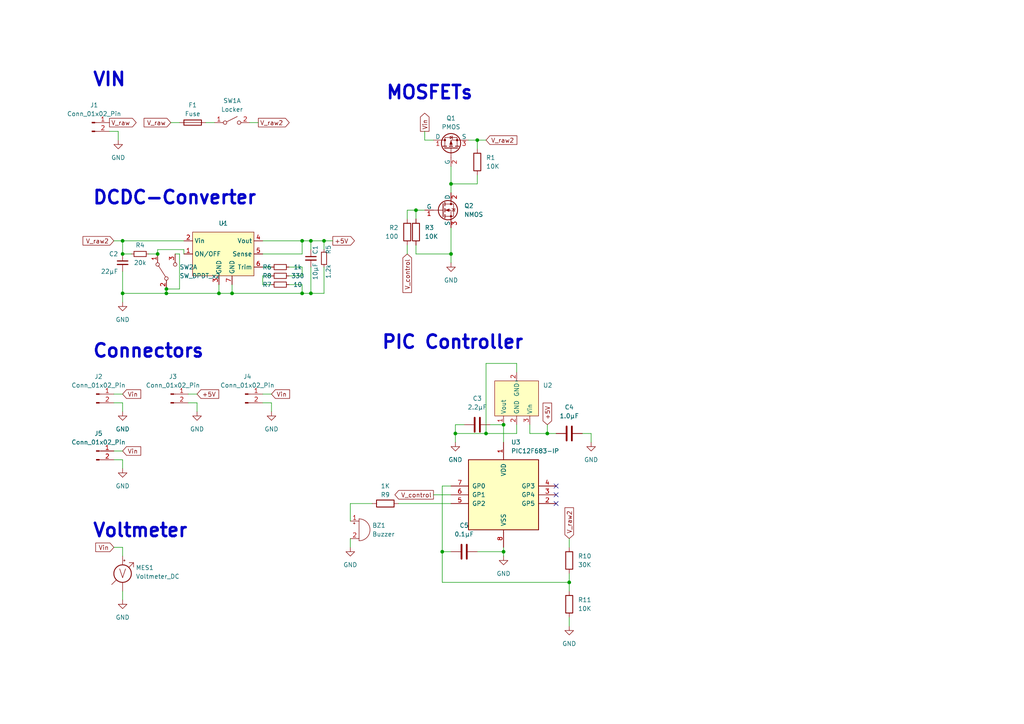
<source format=kicad_sch>
(kicad_sch (version 20230121) (generator eeschema)
  (paper "A4")
  (lib_symbols
    (symbol "@2023_KickerAdjust:NMOS" (pin_names (offset 0))
      (property "Reference" "Q" (at 5.08 1.27 0))
      (property "Value" "NMOS" (at 5.08 -1.27 0))
      (symbol "NMOS_0_1"
        (polyline (pts (xy 0.254 0) (xy -2.54 0)))
        (polyline (pts (xy 0.254 1.905) (xy 0.254 -1.905)) (stroke (width 0.254)))
        (polyline (pts (xy 0.762 -1.27) (xy 0.762 -2.286)) (stroke (width 0.254)))
        (polyline (pts (xy 0.762 0.508) (xy 0.762 -0.508)) (stroke (width 0.254)))
        (polyline (pts (xy 0.762 2.286) (xy 0.762 1.27)) (stroke (width 0.254)))
        (polyline (pts (xy 2.54 2.54) (xy 2.54 1.778)))
        (polyline (pts (xy 2.54 -2.54) (xy 2.54 0) (xy 0.762 0)))
        (polyline (pts (xy 0.762 -1.778) (xy 3.302 -1.778) (xy 3.302 1.778) (xy 0.762 1.778)))
        (polyline (pts (xy 1.016 0) (xy 2.032 0.381) (xy 2.032 -0.381) (xy 1.016 0)) (fill (type outline)))
        (polyline (pts (xy 2.794 0.508) (xy 2.921 0.381) (xy 3.683 0.381) (xy 3.81 0.254)))
        (polyline (pts (xy 3.302 0.381) (xy 2.921 -0.254) (xy 3.683 -0.254) (xy 3.302 0.381)))
        (circle (center 1.651 0) (radius 2.794) (stroke (width 0.254)))
        (circle (center 2.54 -1.778) (radius 0.254) (fill (type outline)))
        (circle (center 2.54 1.778) (radius 0.254) (fill (type outline)))
      )
      (symbol "NMOS_1_1"
        (pin input line (at -5.08 0 0) (length 2.54) (name "G") (number "1"))
        (pin passive line (at 2.54 5.08 270) (length 2.54) (name "D") (number "2"))
        (pin passive line (at 2.54 -5.08 90) (length 2.54) (name "S") (number "3"))
      )
    )
    (symbol "@2023_PowerSupply:NJW4183U3"
      (property "Reference" "U" (at -5.08 6.35 0))
      (symbol "NJW4183U3_1_1"
        (rectangle (start -6.35 5.08) (end 6.35 -5.08) (fill (type background)))
        (pin input line (at -3.81 -7.62 90) (length 2.54) (name "Vout") (number "1"))
        (pin input line (at 0 -7.62 90) (length 2.54) (name "GND") (number "2"))
        (pin input line (at 0 7.62 270) (length 2.54) (name "GND") (number "2"))
        (pin input line (at 3.81 -7.62 90) (length 2.54) (name "Vin") (number "3"))
      )
    )
    (symbol "@2023_PowerSupply:OKL-T/6-W12"
      (property "Reference" "U" (at 0 2.54 0))
      (symbol "OKL-T/6-W12_1_1"
        (rectangle (start -8.89 0) (end 8.89 -12.7) (fill (type background)))
        (pin passive line (at -11.43 -6.35 0) (length 2.54) (name "ON/OFF") (number "1"))
        (pin passive line (at -11.43 -2.54 0) (length 2.54) (name "Vin") (number "2"))
        (pin passive line (at -1.27 -15.24 90) (length 2.54) (name "GND") (number "3"))
        (pin passive line (at 11.43 -2.54 180) (length 2.54) (name "Vout") (number "4"))
        (pin passive line (at 11.43 -6.35 180) (length 2.54) (name "Sense") (number "5"))
        (pin passive line (at 11.43 -10.16 180) (length 2.54) (name "Trim") (number "6"))
        (pin passive line (at 2.54 -15.24 90) (length 2.54) (name "GND") (number "7"))
      )
    )
    (symbol "Connector:Conn_01x02_Pin" (pin_names (offset 1.016) hide)
      (property "Reference" "J" (at 0 2.54 0))
      (property "Value" "Conn_01x02_Pin" (at 0 -5.08 0))
      (symbol "Conn_01x02_Pin_1_1"
        (polyline (pts (xy 1.27 -2.54) (xy 0.8636 -2.54)) (stroke (width 0.1524)))
        (polyline (pts (xy 1.27 0) (xy 0.8636 0)) (stroke (width 0.1524)))
        (rectangle (start 0.8636 -2.413) (end 0 -2.667) (stroke (width 0.1524)) (fill (type outline)))
        (rectangle (start 0.8636 0.127) (end 0 -0.127) (stroke (width 0.1524)) (fill (type outline)))
        (pin passive line (at 5.08 0 180) (length 3.81) (name "Pin_1") (number "1"))
        (pin passive line (at 5.08 -2.54 180) (length 3.81) (name "Pin_2") (number "2"))
      )
    )
    (symbol "Device:Buzzer" (pin_names (offset 0.0254) hide)
      (property "Reference" "BZ" (at 3.81 1.27 0))
      (property "Value" "Buzzer" (at 3.81 -1.27 0))
      (symbol "Buzzer_0_1"
        (arc (start 0 -3.175) (mid 3.1612 0) (end 0 3.175))
        (polyline (pts (xy -1.651 1.905) (xy -1.143 1.905)))
        (polyline (pts (xy -1.397 2.159) (xy -1.397 1.651)))
        (polyline (pts (xy 0 3.175) (xy 0 -3.175)))
      )
      (symbol "Buzzer_1_1"
        (pin passive line (at -2.54 2.54 0) (length 2.54) (name "-") (number "1"))
        (pin passive line (at -2.54 -2.54 0) (length 2.54) (name "+") (number "2"))
      )
    )
    (symbol "Device:C" (pin_numbers hide) (pin_names (offset 0.254))
      (property "Reference" "C" (at 0.635 2.54 0))
      (property "Value" "C" (at 0.635 -2.54 0))
      (symbol "C_0_1"
        (polyline (pts (xy -2.032 -0.762) (xy 2.032 -0.762)) (stroke (width 0.508)))
        (polyline (pts (xy -2.032 0.762) (xy 2.032 0.762)) (stroke (width 0.508)))
      )
      (symbol "C_1_1"
        (pin passive line (at 0 3.81 270) (length 2.794) (name "~") (number "1"))
        (pin passive line (at 0 -3.81 90) (length 2.794) (name "~") (number "2"))
      )
    )
    (symbol "Device:C_Small" (pin_numbers hide) (pin_names (offset 0.254) hide)
      (property "Reference" "C" (at 0.254 1.778 0))
      (property "Value" "C_Small" (at 0.254 -2.032 0))
      (symbol "C_Small_0_1"
        (polyline (pts (xy -1.524 -0.508) (xy 1.524 -0.508)) (stroke (width 0.3302)))
        (polyline (pts (xy -1.524 0.508) (xy 1.524 0.508)) (stroke (width 0.3048)))
      )
      (symbol "C_Small_1_1"
        (pin passive line (at 0 2.54 270) (length 2.032) (name "~") (number "1"))
        (pin passive line (at 0 -2.54 90) (length 2.032) (name "~") (number "2"))
      )
    )
    (symbol "Device:Fuse" (pin_numbers hide) (pin_names (offset 0))
      (property "Reference" "F" (at 2.032 0 90))
      (property "Value" "Fuse" (at -1.905 0 90))
      (symbol "Fuse_0_1"
        (rectangle (start -0.762 -2.54) (end 0.762 2.54) (stroke (width 0.254)))
        (polyline (pts (xy 0 2.54) (xy 0 -2.54)))
      )
      (symbol "Fuse_1_1"
        (pin passive line (at 0 3.81 270) (length 1.27) (name "~") (number "1"))
        (pin passive line (at 0 -3.81 90) (length 1.27) (name "~") (number "2"))
      )
    )
    (symbol "Device:R" (pin_numbers hide) (pin_names (offset 0))
      (property "Reference" "R" (at 2.032 0 90))
      (property "Value" "R" (at 0 0 90))
      (symbol "R_0_1"
        (rectangle (start -1.016 -2.54) (end 1.016 2.54) (stroke (width 0.254)))
      )
      (symbol "R_1_1"
        (pin passive line (at 0 3.81 270) (length 1.27) (name "~") (number "1"))
        (pin passive line (at 0 -3.81 90) (length 1.27) (name "~") (number "2"))
      )
    )
    (symbol "Device:R_Small" (pin_numbers hide) (pin_names (offset 0.254) hide)
      (property "Reference" "R" (at 0.762 0.508 0))
      (property "Value" "R_Small" (at 0.762 -1.016 0))
      (symbol "R_Small_0_1"
        (rectangle (start -0.762 1.778) (end 0.762 -1.778) (stroke (width 0.2032)))
      )
      (symbol "R_Small_1_1"
        (pin passive line (at 0 2.54 270) (length 0.762) (name "~") (number "1"))
        (pin passive line (at 0 -2.54 90) (length 0.762) (name "~") (number "2"))
      )
    )
    (symbol "Device:Voltmeter_DC" (pin_numbers hide) (pin_names (offset 0.0254) hide)
      (property "Reference" "MES" (at -3.302 1.016 0))
      (property "Value" "Voltmeter_DC" (at -3.302 -0.762 0))
      (symbol "Voltmeter_DC_0_0"
        (polyline (pts (xy -3.175 -3.175) (xy -1.905 -1.905)))
        (polyline (pts (xy 1.905 1.905) (xy 3.175 3.175)))
        (polyline (pts (xy 1.905 3.175) (xy 3.175 3.175) (xy 3.175 1.905)))
        (text "V" (at 0 0 0) (effects (font (size 2.54 2.54))))
      )
      (symbol "Voltmeter_DC_0_1"
        (polyline (pts (xy 0.254 3.81) (xy 0.762 3.81)))
        (polyline (pts (xy 0.508 4.064) (xy 0.508 3.556)))
        (circle (center 0 0) (radius 2.54) (stroke (width 0.254)))
      )
      (symbol "Voltmeter_DC_1_1"
        (pin passive line (at 0 -5.08 90) (length 2.54) (name "-") (number "1"))
        (pin passive line (at 0 5.08 270) (length 2.54) (name "+") (number "2"))
      )
    )
    (symbol "MCU_Microchip_PIC12:PIC12F683-IP" (pin_names (offset 1.016))
      (property "Reference" "U" (at 1.27 13.97 0))
      (property "Value" "PIC12F683-IP" (at 1.27 11.43 0))
      (symbol "PIC12F683-IP_0_1"
        (rectangle (start 10.16 -10.16) (end -10.16 10.16) (stroke (width 0.254)) (fill (type background)))
      )
      (symbol "PIC12F683-IP_1_1"
        (pin power_in line (at 0 15.24 270) (length 5.08) (name "VDD") (number "1"))
        (pin bidirectional line (at 15.24 -2.54 180) (length 5.08) (name "GP5") (number "2"))
        (pin bidirectional line (at 15.24 0 180) (length 5.08) (name "GP4") (number "3"))
        (pin input line (at 15.24 2.54 180) (length 5.08) (name "GP3") (number "4"))
        (pin bidirectional line (at -15.24 -2.54 0) (length 5.08) (name "GP2") (number "5"))
        (pin bidirectional line (at -15.24 0 0) (length 5.08) (name "GP1") (number "6"))
        (pin bidirectional line (at -15.24 2.54 0) (length 5.08) (name "GP0") (number "7"))
        (pin power_in line (at 0 -15.24 90) (length 5.08) (name "VSS") (number "8"))
      )
    )
    (symbol "Simulation_SPICE:PMOS" (pin_names (offset 0))
      (property "Reference" "Q" (at 5.08 1.27 0))
      (property "Value" "PMOS" (at 5.08 -1.27 0))
      (symbol "PMOS_0_1"
        (polyline (pts (xy 0.254 0) (xy -2.54 0)))
        (polyline (pts (xy 0.254 1.905) (xy 0.254 -1.905)) (stroke (width 0.254)))
        (polyline (pts (xy 0.762 -1.27) (xy 0.762 -2.286)) (stroke (width 0.254)))
        (polyline (pts (xy 0.762 0.508) (xy 0.762 -0.508)) (stroke (width 0.254)))
        (polyline (pts (xy 0.762 2.286) (xy 0.762 1.27)) (stroke (width 0.254)))
        (polyline (pts (xy 2.54 2.54) (xy 2.54 1.778)))
        (polyline (pts (xy 2.54 -2.54) (xy 2.54 0) (xy 0.762 0)))
        (polyline (pts (xy 0.762 1.778) (xy 3.302 1.778) (xy 3.302 -1.778) (xy 0.762 -1.778)))
        (polyline (pts (xy 2.286 0) (xy 1.27 0.381) (xy 1.27 -0.381) (xy 2.286 0)) (fill (type outline)))
        (polyline (pts (xy 2.794 -0.508) (xy 2.921 -0.381) (xy 3.683 -0.381) (xy 3.81 -0.254)))
        (polyline (pts (xy 3.302 -0.381) (xy 2.921 0.254) (xy 3.683 0.254) (xy 3.302 -0.381)))
        (circle (center 1.651 0) (radius 2.794) (stroke (width 0.254)))
        (circle (center 2.54 -1.778) (radius 0.254) (fill (type outline)))
        (circle (center 2.54 1.778) (radius 0.254) (fill (type outline)))
      )
      (symbol "PMOS_1_1"
        (pin passive line (at 2.54 5.08 270) (length 2.54) (name "D") (number "1"))
        (pin input line (at -5.08 0 0) (length 2.54) (name "G") (number "2"))
        (pin passive line (at 2.54 -5.08 90) (length 2.54) (name "S") (number "3"))
      )
    )
    (symbol "Switch:SW_DPDT_x2" (pin_names (offset 0) hide)
      (property "Reference" "SW" (at 0 4.318 0))
      (property "Value" "SW_DPDT_x2" (at 0 -5.08 0))
      (symbol "SW_DPDT_x2_0_0"
        (circle (center -2.032 0) (radius 0.508))
        (circle (center 2.032 -2.54) (radius 0.508))
      )
      (symbol "SW_DPDT_x2_0_1"
        (polyline (pts (xy -1.524 0.254) (xy 1.651 2.286)))
        (circle (center 2.032 2.54) (radius 0.508))
      )
      (symbol "SW_DPDT_x2_1_1"
        (pin passive line (at 5.08 2.54 180) (length 2.54) (name "A") (number "1"))
        (pin passive line (at -5.08 0 0) (length 2.54) (name "B") (number "2"))
        (pin passive line (at 5.08 -2.54 180) (length 2.54) (name "C") (number "3"))
      )
      (symbol "SW_DPDT_x2_2_1"
        (pin passive line (at 5.08 2.54 180) (length 2.54) (name "A") (number "4"))
        (pin passive line (at -5.08 0 0) (length 2.54) (name "B") (number "5"))
        (pin passive line (at 5.08 -2.54 180) (length 2.54) (name "C") (number "6"))
      )
    )
    (symbol "Switch:SW_DPST_x2" (pin_names (offset 0) hide)
      (property "Reference" "SW" (at 0 3.175 0))
      (property "Value" "SW_DPST_x2" (at 0 -2.54 0))
      (symbol "SW_DPST_x2_0_0"
        (circle (center -2.032 0) (radius 0.508))
        (polyline (pts (xy -1.524 0.254) (xy 1.524 1.778)))
        (circle (center 2.032 0) (radius 0.508))
      )
      (symbol "SW_DPST_x2_1_1"
        (pin passive line (at -5.08 0 0) (length 2.54) (name "A") (number "1"))
        (pin passive line (at 5.08 0 180) (length 2.54) (name "B") (number "2"))
      )
      (symbol "SW_DPST_x2_2_1"
        (pin passive line (at -5.08 0 0) (length 2.54) (name "A") (number "3"))
        (pin passive line (at 5.08 0 180) (length 2.54) (name "B") (number "4"))
      )
    )
    (symbol "power:GND" (power) (pin_names (offset 0))
      (property "Value" "GND" (at 0 -3.81 0))
      (symbol "GND_0_1"
        (polyline (pts (xy 0 0) (xy 0 -1.27) (xy 1.27 -1.27) (xy 0 -2.54) (xy -1.27 -1.27) (xy 0 -1.27)))
      )
      (symbol "GND_1_1"
        (pin power_in line (at 0 0 270) (length 0) hide (name "GND") (number "1"))
      )
    )
  )
  (junction (at 35.56 69.85))
  (junction (at 90.17 69.85))
  (junction (at 87.63 69.85))
  (junction (at 48.26 85.09))
  (junction (at 158.75 125.73))
  (junction (at 146.05 160.02))
  (junction (at 130.81 53.34))
  (junction (at 35.56 85.09))
  (junction (at 67.31 85.09))
  (junction (at 128.27 160.02))
  (junction (at 138.43 40.64))
  (junction (at 35.56 73.66))
  (junction (at 87.63 85.09))
  (junction (at 165.1 168.91))
  (junction (at 45.72 73.66))
  (junction (at 90.17 85.09))
  (junction (at 130.81 73.66))
  (junction (at 140.97 125.73))
  (junction (at 48.26 83.82))
  (junction (at 120.65 60.96))
  (junction (at 132.08 125.73))
  (junction (at 146.05 123.19))
  (junction (at 93.98 69.85))
  (junction (at 63.5 85.09))
  (no_connect (at 161.29 146.05))
  (no_connect (at 161.29 140.97))
  (no_connect (at 161.29 143.51))
  (wire (pts (xy 87.63 82.55) (xy 87.63 85.09)))
  (wire (pts (xy 153.67 123.19) (xy 153.67 125.73)))
  (wire (pts (xy 168.91 125.73) (xy 171.45 125.73)))
  (wire (pts (xy 149.86 105.41) (xy 140.97 105.41)))
  (wire (pts (xy 130.81 73.66) (xy 130.81 76.2)))
  (wire (pts (xy 50.8 73.66) (xy 52.07 73.66)))
  (wire (pts (xy 43.18 73.66) (xy 45.72 73.66)))
  (wire (pts (xy 34.29 38.1) (xy 34.29 40.64)))
  (wire (pts (xy 132.08 123.19) (xy 132.08 125.73)))
  (wire (pts (xy 135.89 40.64) (xy 138.43 40.64)))
  (wire (pts (xy 63.5 82.55) (xy 63.5 85.09)))
  (wire (pts (xy 146.05 123.19) (xy 146.05 128.27)))
  (wire (pts (xy 76.2 114.3) (xy 78.74 114.3)))
  (wire (pts (xy 48.26 83.82) (xy 48.26 85.09)))
  (wire (pts (xy 35.56 85.09) (xy 35.56 87.63)))
  (wire (pts (xy 87.63 69.85) (xy 90.17 69.85)))
  (wire (pts (xy 83.82 77.47) (xy 87.63 77.47)))
  (wire (pts (xy 123.19 38.1) (xy 123.19 40.64)))
  (wire (pts (xy 128.27 140.97) (xy 128.27 160.02)))
  (wire (pts (xy 128.27 168.91) (xy 165.1 168.91)))
  (wire (pts (xy 93.98 69.85) (xy 96.52 69.85)))
  (wire (pts (xy 57.15 116.84) (xy 57.15 119.38)))
  (wire (pts (xy 83.82 80.01) (xy 87.63 80.01)))
  (wire (pts (xy 165.1 156.21) (xy 165.1 158.75)))
  (wire (pts (xy 35.56 73.66) (xy 35.56 69.85)))
  (wire (pts (xy 33.02 116.84) (xy 35.56 116.84)))
  (wire (pts (xy 120.65 60.96) (xy 123.19 60.96)))
  (wire (pts (xy 35.56 116.84) (xy 35.56 119.38)))
  (wire (pts (xy 49.53 35.56) (xy 52.07 35.56)))
  (wire (pts (xy 48.26 85.09) (xy 63.5 85.09)))
  (wire (pts (xy 153.67 125.73) (xy 158.75 125.73)))
  (wire (pts (xy 76.2 69.85) (xy 87.63 69.85)))
  (wire (pts (xy 54.61 114.3) (xy 57.15 114.3)))
  (wire (pts (xy 158.75 125.73) (xy 161.29 125.73)))
  (wire (pts (xy 90.17 77.47) (xy 90.17 85.09)))
  (wire (pts (xy 53.34 72.39) (xy 45.72 72.39)))
  (wire (pts (xy 35.56 78.74) (xy 35.56 85.09)))
  (wire (pts (xy 120.65 73.66) (xy 130.81 73.66)))
  (wire (pts (xy 130.81 66.04) (xy 130.81 73.66)))
  (wire (pts (xy 138.43 40.64) (xy 138.43 43.18)))
  (wire (pts (xy 90.17 85.09) (xy 93.98 85.09)))
  (wire (pts (xy 120.65 71.12) (xy 120.65 73.66)))
  (wire (pts (xy 67.31 85.09) (xy 87.63 85.09)))
  (wire (pts (xy 171.45 125.73) (xy 171.45 128.27)))
  (wire (pts (xy 90.17 69.85) (xy 90.17 72.39)))
  (wire (pts (xy 142.24 123.19) (xy 146.05 123.19)))
  (wire (pts (xy 52.07 73.66) (xy 52.07 83.82)))
  (wire (pts (xy 31.75 38.1) (xy 34.29 38.1)))
  (wire (pts (xy 90.17 85.09) (xy 87.63 85.09)))
  (wire (pts (xy 87.63 77.47) (xy 87.63 80.01)))
  (wire (pts (xy 45.72 72.39) (xy 45.72 73.66)))
  (wire (pts (xy 130.81 48.26) (xy 130.81 53.34)))
  (wire (pts (xy 35.56 69.85) (xy 53.34 69.85)))
  (wire (pts (xy 76.2 73.66) (xy 87.63 73.66)))
  (wire (pts (xy 53.34 73.66) (xy 53.34 72.39)))
  (wire (pts (xy 35.56 133.35) (xy 35.56 135.89)))
  (wire (pts (xy 140.97 105.41) (xy 140.97 125.73)))
  (wire (pts (xy 59.69 35.56) (xy 62.23 35.56)))
  (wire (pts (xy 165.1 166.37) (xy 165.1 168.91)))
  (wire (pts (xy 132.08 125.73) (xy 132.08 128.27)))
  (wire (pts (xy 115.57 146.05) (xy 130.81 146.05)))
  (wire (pts (xy 107.95 146.05) (xy 101.6 146.05)))
  (wire (pts (xy 87.63 73.66) (xy 87.63 69.85)))
  (wire (pts (xy 54.61 116.84) (xy 57.15 116.84)))
  (wire (pts (xy 76.2 116.84) (xy 78.74 116.84)))
  (wire (pts (xy 128.27 140.97) (xy 130.81 140.97)))
  (wire (pts (xy 165.1 179.07) (xy 165.1 181.61)))
  (wire (pts (xy 149.86 123.19) (xy 149.86 125.73)))
  (wire (pts (xy 76.2 80.01) (xy 76.2 82.55)))
  (wire (pts (xy 128.27 160.02) (xy 130.81 160.02)))
  (wire (pts (xy 138.43 160.02) (xy 146.05 160.02)))
  (wire (pts (xy 118.11 60.96) (xy 118.11 63.5)))
  (wire (pts (xy 33.02 114.3) (xy 35.56 114.3)))
  (wire (pts (xy 35.56 73.66) (xy 38.1 73.66)))
  (wire (pts (xy 93.98 69.85) (xy 93.98 72.39)))
  (wire (pts (xy 72.39 35.56) (xy 74.93 35.56)))
  (wire (pts (xy 76.2 77.47) (xy 78.74 77.47)))
  (wire (pts (xy 158.75 123.19) (xy 158.75 125.73)))
  (wire (pts (xy 63.5 85.09) (xy 67.31 85.09)))
  (wire (pts (xy 35.56 158.75) (xy 33.02 158.75)))
  (wire (pts (xy 35.56 171.45) (xy 35.56 173.99)))
  (wire (pts (xy 123.19 40.64) (xy 125.73 40.64)))
  (wire (pts (xy 149.86 105.41) (xy 149.86 107.95)))
  (wire (pts (xy 83.82 82.55) (xy 87.63 82.55)))
  (wire (pts (xy 125.73 143.51) (xy 130.81 143.51)))
  (wire (pts (xy 132.08 125.73) (xy 140.97 125.73)))
  (wire (pts (xy 76.2 82.55) (xy 78.74 82.55)))
  (wire (pts (xy 90.17 69.85) (xy 93.98 69.85)))
  (wire (pts (xy 128.27 160.02) (xy 128.27 168.91)))
  (wire (pts (xy 118.11 73.66) (xy 118.11 71.12)))
  (wire (pts (xy 101.6 156.21) (xy 101.6 158.75)))
  (wire (pts (xy 138.43 53.34) (xy 130.81 53.34)))
  (wire (pts (xy 165.1 168.91) (xy 165.1 171.45)))
  (wire (pts (xy 67.31 82.55) (xy 67.31 85.09)))
  (wire (pts (xy 33.02 130.81) (xy 35.56 130.81)))
  (wire (pts (xy 140.97 125.73) (xy 149.86 125.73)))
  (wire (pts (xy 101.6 146.05) (xy 101.6 151.13)))
  (wire (pts (xy 118.11 60.96) (xy 120.65 60.96)))
  (wire (pts (xy 78.74 116.84) (xy 78.74 119.38)))
  (wire (pts (xy 93.98 77.47) (xy 93.98 85.09)))
  (wire (pts (xy 138.43 50.8) (xy 138.43 53.34)))
  (wire (pts (xy 146.05 158.75) (xy 146.05 160.02)))
  (wire (pts (xy 78.74 80.01) (xy 76.2 80.01)))
  (wire (pts (xy 134.62 123.19) (xy 132.08 123.19)))
  (wire (pts (xy 33.02 69.85) (xy 35.56 69.85)))
  (wire (pts (xy 35.56 161.29) (xy 35.56 158.75)))
  (wire (pts (xy 130.81 53.34) (xy 130.81 55.88)))
  (wire (pts (xy 52.07 83.82) (xy 48.26 83.82)))
  (wire (pts (xy 146.05 160.02) (xy 146.05 161.29)))
  (wire (pts (xy 138.43 40.64) (xy 140.97 40.64)))
  (wire (pts (xy 35.56 85.09) (xy 48.26 85.09)))
  (wire (pts (xy 33.02 133.35) (xy 35.56 133.35)))
  (wire (pts (xy 120.65 60.96) (xy 120.65 63.5)))
  (text "VIN" (at 26.67 25.4 0) (effects (font (size 3.81 3.81) (thickness 0.762) bold) (justify left bottom)))
  (text "PIC Controller" (at 110.49 101.6 0) (effects (font (size 3.81 3.81) (thickness 0.762) bold) (justify left bottom)))
  (text "Connectors" (at 26.67 104.14 0) (effects (font (size 3.81 3.81) (thickness 0.762) bold) (justify left bottom)))
  (text "Voltmeter" (at 26.67 156.21 0) (effects (font (size 3.81 3.81) (thickness 0.762) bold) (justify left bottom)))
  (text "DCDC-Converter" (at 26.67 59.69 0) (effects (font (size 3.81 3.81) (thickness 0.762) bold) (justify left bottom)))
  (text "MOSFETs" (at 111.76 29.21 0) (effects (font (size 3.81 3.81) (thickness 0.762) bold) (justify left bottom)))
  (global_label "Vin" (shape input) (at 35.56 130.81 0) (property "Intersheetrefs" "${INTERSHEET_REFS}" (effects hide)))
  (global_label "V_raw" (shape input) (at 49.53 35.56 180) (property "Intersheetrefs" "${INTERSHEET_REFS}" (effects hide)))
  (global_label "+5V" (shape input) (at 158.75 123.19 90) (property "Intersheetrefs" "${INTERSHEET_REFS}" (effects hide)))
  (global_label "V_control" (shape input) (at 118.11 73.66 270) (property "Intersheetrefs" "${INTERSHEET_REFS}" (effects hide)))
  (global_label "V_raw2" (shape input) (at 165.1 156.21 90) (property "Intersheetrefs" "${INTERSHEET_REFS}" (effects hide)))
  (global_label "V_raw2" (shape output) (at 74.93 35.56 0) (property "Intersheetrefs" "${INTERSHEET_REFS}" (effects hide)))
  (global_label "V_raw2" (shape input) (at 33.02 69.85 180) (property "Intersheetrefs" "${INTERSHEET_REFS}" (effects hide)))
  (global_label "V_raw2" (shape input) (at 140.97 40.64 0) (property "Intersheetrefs" "${INTERSHEET_REFS}" (effects hide)))
  (global_label "+5V" (shape input) (at 57.15 114.3 0) (property "Intersheetrefs" "${INTERSHEET_REFS}" (effects hide)))
  (global_label "V_raw" (shape output) (at 31.75 35.56 0) (property "Intersheetrefs" "${INTERSHEET_REFS}" (effects hide)))
  (global_label "Vin" (shape output) (at 123.19 38.1 90) (property "Intersheetrefs" "${INTERSHEET_REFS}" (effects hide)))
  (global_label "+5V" (shape output) (at 96.52 69.85 0) (property "Intersheetrefs" "${INTERSHEET_REFS}" (effects hide)))
  (global_label "Vin" (shape input) (at 35.56 114.3 0) (property "Intersheetrefs" "${INTERSHEET_REFS}" (effects hide)))
  (global_label "V_control" (shape output) (at 125.73 143.51 180) (property "Intersheetrefs" "${INTERSHEET_REFS}" (effects hide)))
  (global_label "Vin" (shape input) (at 33.02 158.75 180) (property "Intersheetrefs" "${INTERSHEET_REFS}" (effects hide)))
  (global_label "Vin" (shape input) (at 78.74 114.3 0) (property "Intersheetrefs" "${INTERSHEET_REFS}" (effects hide)))
  (symbol (lib_id "power:GND") (at 34.29 40.64 0) (unit 1)
    (property "Reference" "#PWR01" (effects hide))
    (property "Value" "GND" (at 34.29 45.72 0))
  )
  (symbol (lib_id "Device:R_Small") (at 81.28 82.55 90) (unit 1)
    (property "Reference" "R8" (at 77.47 80.01 90))
    (property "Value" "10" (at 86.36 82.55 90))
    (property "Footprint" "Resistor_SMD:R_0805_2012Metric" (effects hide))
  )
  (symbol (lib_id "Device:R") (at 111.76 146.05 270) (unit 1)
    (property "Reference" "R9" (at 111.76 143.51 90))
    (property "Value" "1K" (at 111.76 140.97 90))
    (property "Footprint" "Resistor_SMD:R_0805_2012Metric" (effects hide))
  )
  (symbol (lib_id "Device:R") (at 118.11 67.31 0) (unit 1)
    (property "Reference" "R2" (at 115.57 66.04 0) (effects (justify right)))
    (property "Value" "100" (at 115.57 68.58 0) (effects (justify right)))
    (property "Footprint" "Resistor_SMD:R_0805_2012Metric" (effects hide))
  )
  (symbol (lib_id "Device:R") (at 165.1 162.56 0) (unit 1)
    (property "Reference" "R10" (at 167.64 161.29 0) (effects (justify left)))
    (property "Value" "30K" (at 167.64 163.83 0) (effects (justify left)))
    (property "Footprint" "Resistor_THT:R_Axial_DIN0207_L6.3mm_D2.5mm_P7.62mm_Horizontal" (effects hide))
  )
  (symbol (lib_id "power:GND") (at 171.45 128.27 0) (unit 1)
    (property "Reference" "#PWR08" (effects hide))
    (property "Value" "GND" (at 171.45 133.35 0))
  )
  (symbol (lib_id "Device:C_Small") (at 90.17 74.93 0) (unit 1)
    (property "Reference" "C1" (at 91.44 71.12 90) (effects (justify right)))
    (property "Value" "10µF" (at 91.44 76.2 90) (effects (justify right)))
    (property "Footprint" "Capacitor_SMD:C_0805_2012Metric" (effects hide))
  )
  (symbol (lib_id "Device:C") (at 138.43 123.19 90) (unit 1)
    (property "Reference" "C3" (at 138.43 115.57 90))
    (property "Value" "2.2µF" (at 138.43 118.11 90))
    (property "Footprint" "Capacitor_SMD:C_0805_2012Metric" (effects hide))
  )
  (symbol (lib_id "Device:Voltmeter_DC") (at 35.56 166.37 0) (unit 1)
    (property "Reference" "MES1" (at 39.37 164.6554 0) (effects (justify left)))
    (property "Value" "Voltmeter_DC" (at 39.37 167.1954 0) (effects (justify left)))
    (property "Footprint" "@2023_PowerSupply:VoltMeter" (effects hide))
  )
  (symbol (lib_id "Device:R_Small") (at 40.64 73.66 90) (unit 1)
    (property "Reference" "R4" (at 40.64 71.12 90))
    (property "Value" "20k" (at 40.64 76.2 90))
    (property "Footprint" "Resistor_SMD:R_0805_2012Metric" (effects hide))
  )
  (symbol (lib_id "power:GND") (at 78.74 119.38 0) (unit 1)
    (property "Reference" "#PWR06" (effects hide))
    (property "Value" "GND" (at 78.74 124.46 0))
  )
  (symbol (lib_id "Device:C_Small") (at 35.56 76.2 0) (unit 1)
    (property "Reference" "C2" (at 34.29 73.66 0) (effects (justify right)))
    (property "Value" "22µF" (at 34.29 78.74 0) (effects (justify right)))
    (property "Footprint" "Capacitor_SMD:C_0805_2012Metric" (effects hide))
  )
  (symbol (lib_id "Device:C") (at 165.1 125.73 90) (unit 1)
    (property "Reference" "C4" (at 165.1 118.11 90))
    (property "Value" "1.0µF" (at 165.1 120.65 90))
    (property "Footprint" "Capacitor_SMD:C_0805_2012Metric" (effects hide))
  )
  (symbol (lib_id "power:GND") (at 35.56 87.63 0) (unit 1)
    (property "Reference" "#PWR03" (effects hide))
    (property "Value" "GND" (at 35.56 92.71 0))
  )
  (symbol (lib_id "@2023_PowerSupply:NJW4183U3") (at 149.86 115.57 0) (unit 1)
    (property "Reference" "U2" (at 157.48 111.76 0) (effects (justify left)))
    (property "Value" "~" (at 149.86 110.49 0))
    (property "Footprint" "Package_TO_SOT_SMD:SOT-89-3" (effects hide))
  )
  (symbol (lib_id "power:GND") (at 35.56 135.89 0) (unit 1)
    (property "Reference" "#PWR09" (effects hide))
    (property "Value" "GND" (at 35.56 140.97 0))
  )
  (symbol (lib_id "power:GND") (at 165.1 181.61 0) (unit 1)
    (property "Reference" "#PWR013" (effects hide))
    (property "Value" "GND" (at 165.1 186.69 0))
  )
  (symbol (lib_id "Connector:Conn_01x02_Pin") (at 49.53 114.3 0) (unit 1)
    (property "Reference" "J3" (at 50.165 109.22 0))
    (property "Value" "Conn_01x02_Pin" (at 50.165 111.76 0))
    (property "Footprint" "Connector_JST:JST_XH_B2B-XH-A_1x02_P2.50mm_Vertical" (effects hide))
  )
  (symbol (lib_id "Device:Buzzer") (at 104.14 153.67 0) (unit 1)
    (property "Reference" "BZ1" (at 107.95 152.4 0) (effects (justify left)))
    (property "Value" "Buzzer" (at 107.95 154.94 0) (effects (justify left)))
    (property "Footprint" "@2023_PowerSupply:PKM13EPYH4000-A0" (effects hide))
  )
  (symbol (lib_id "Device:R") (at 138.43 46.99 0) (unit 1)
    (property "Reference" "R1" (at 140.97 45.72 0) (effects (justify left)))
    (property "Value" "10K" (at 140.97 48.26 0) (effects (justify left)))
    (property "Footprint" "Resistor_SMD:R_0805_2012Metric" (effects hide))
  )
  (symbol (lib_id "Switch:SW_DPST_x2") (at 67.31 35.56 0) (unit 1)
    (property "Reference" "SW1" (at 67.31 29.21 0))
    (property "Value" "Locker" (at 67.31 31.75 0))
    (property "Footprint" "@2023_PowerSupply:RA1113112R" (effects hide))
  )
  (symbol (lib_id "power:GND") (at 35.56 119.38 0) (unit 1)
    (property "Reference" "#PWR04" (effects hide))
    (property "Value" "GND" (at 35.56 124.46 0))
  )
  (symbol (lib_id "Device:R") (at 120.65 67.31 0) (unit 1)
    (property "Reference" "R3" (at 123.19 66.04 0) (effects (justify left)))
    (property "Value" "10K" (at 123.19 68.58 0) (effects (justify left)))
    (property "Footprint" "Resistor_SMD:R_0805_2012Metric" (effects hide))
  )
  (symbol (lib_id "power:GND") (at 57.15 119.38 0) (unit 1)
    (property "Reference" "#PWR05" (effects hide))
    (property "Value" "GND" (at 57.15 124.46 0))
  )
  (symbol (lib_id "Device:Fuse") (at 55.88 35.56 90) (unit 1)
    (property "Reference" "F1" (at 55.88 30.48 90))
    (property "Value" "Fuse" (at 55.88 33.02 90))
    (property "Footprint" "@2023_PowerSupply:Fuse" (effects hide))
  )
  (symbol (lib_id "@2023_PowerSupply:OKL-T/6-W12") (at 64.77 67.31 0) (unit 1)
    (property "Reference" "U1" (at 64.77 64.77 0))
    (property "Value" "~" (at 64.77 64.77 0))
    (property "Footprint" "@2023_PowerSupply:OKL-T6-W12N-C" (effects hide))
  )
  (symbol (lib_id "Connector:Conn_01x02_Pin") (at 26.67 35.56 0) (unit 1)
    (property "Reference" "J1" (at 27.305 30.48 0))
    (property "Value" "Conn_01x02_Pin" (at 27.305 33.02 0))
    (property "Footprint" "@2023_PowerSupply:JST_VH_B2P-VH-B_1x02_P3.96mm_Vertical" (effects hide))
  )
  (symbol (lib_id "power:GND") (at 130.81 76.2 0) (unit 1)
    (property "Reference" "#PWR02" (effects hide))
    (property "Value" "GND" (at 130.81 81.28 0))
  )
  (symbol (lib_id "Device:R_Small") (at 93.98 74.93 180) (unit 1)
    (property "Reference" "R5" (at 95.25 72.39 90))
    (property "Value" "1.2k" (at 95.25 78.74 90))
    (property "Footprint" "Resistor_SMD:R_0805_2012Metric" (effects hide))
  )
  (symbol (lib_id "Connector:Conn_01x02_Pin") (at 27.94 114.3 0) (unit 1)
    (property "Reference" "J2" (at 28.575 109.22 0))
    (property "Value" "Conn_01x02_Pin" (at 28.575 111.76 0))
    (property "Footprint" "@2023_PowerSupply:JST_VH_B2P-VH-B_1x02_P3.96mm_Vertical" (effects hide))
  )
  (symbol (lib_id "Device:R") (at 165.1 175.26 0) (unit 1)
    (property "Reference" "R11" (at 167.64 173.99 0) (effects (justify left)))
    (property "Value" "10K" (at 167.64 176.53 0) (effects (justify left)))
    (property "Footprint" "Resistor_THT:R_Axial_DIN0207_L6.3mm_D2.5mm_P7.62mm_Horizontal" (effects hide))
  )
  (symbol (lib_id "power:GND") (at 101.6 158.75 0) (unit 1)
    (property "Reference" "#PWR010" (effects hide))
    (property "Value" "GND" (at 101.6 163.83 0))
  )
  (symbol (lib_id "Device:C") (at 134.62 160.02 90) (unit 1)
    (property "Reference" "C5" (at 134.62 152.4 90))
    (property "Value" "0.1µF" (at 134.62 154.94 90))
    (property "Footprint" "Capacitor_SMD:C_0805_2012Metric" (effects hide))
  )
  (symbol (lib_id "Device:R_Small") (at 81.28 80.01 90) (unit 1)
    (property "Reference" "R7" (at 77.47 82.55 90))
    (property "Value" "330" (at 86.36 80.01 90))
    (property "Footprint" "Resistor_SMD:R_0805_2012Metric" (effects hide))
  )
  (symbol (lib_id "Device:R_Small") (at 81.28 77.47 90) (unit 1)
    (property "Reference" "R6" (at 77.47 77.47 90))
    (property "Value" "1k" (at 86.36 77.47 90))
    (property "Footprint" "Resistor_SMD:R_0805_2012Metric" (effects hide))
  )
  (symbol (lib_id "power:GND") (at 35.56 173.99 0) (unit 1)
    (property "Reference" "#PWR012" (effects hide))
    (property "Value" "GND" (at 35.56 179.07 0))
  )
  (symbol (lib_id "Connector:Conn_01x02_Pin") (at 71.12 114.3 0) (unit 1)
    (property "Reference" "J4" (at 71.755 109.22 0))
    (property "Value" "Conn_01x02_Pin" (at 71.755 111.76 0))
    (property "Footprint" "@2023_PowerSupply:JST_VH_B2P-VH-B_1x02_P3.96mm_Vertical" (effects hide))
  )
  (symbol (lib_id "MCU_Microchip_PIC12:PIC12F683-IP") (at 146.05 143.51 0) (unit 1)
    (property "Reference" "U3" (at 148.2441 128.27 0) (effects (justify left)))
    (property "Value" "PIC12F683-IP" (at 148.2441 130.81 0) (effects (justify left)))
    (property "Footprint" "Package_DIP:DIP-8_W7.62mm" (effects hide))
    (property "Datasheet" "http://ww1.microchip.com/downloads/en/DeviceDoc/41232D.pdf" (effects hide))
  )
  (symbol (lib_id "@2023_KickerAdjust:NMOS") (at 128.27 60.96 0) (unit 1)
    (property "Reference" "Q2" (at 134.62 59.69 0) (effects (justify left)))
    (property "Value" "NMOS" (at 134.62 62.23 0) (effects (justify left)))
    (property "Footprint" "@2023_PowerSupply:N" (effects hide))
    (property "Datasheet" "https://ngspice.sourceforge.io/docs/ngspice-manual.pdf" (effects hide))
    (property "Sim.Device" "NMOS" (effects hide))
    (property "Sim.Type" "VDMOS" (effects hide))
    (property "Sim.Pins" "1=G 2=D 3=S" (effects hide))
  )
  (symbol (lib_id "power:GND") (at 146.05 161.29 0) (unit 1)
    (property "Reference" "#PWR011" (effects hide))
    (property "Value" "GND" (at 146.05 166.37 0))
  )
  (symbol (lib_id "power:GND") (at 132.08 128.27 0) (unit 1)
    (property "Reference" "#PWR07" (effects hide))
    (property "Value" "GND" (at 132.08 133.35 0))
  )
  (symbol (lib_id "Connector:Conn_01x02_Pin") (at 27.94 130.81 0) (unit 1)
    (property "Reference" "J5" (at 28.575 125.73 0))
    (property "Value" "Conn_01x02_Pin" (at 28.575 128.27 0))
    (property "Footprint" "@2023_PowerSupply:JST_VH_B2P-VH-B_1x02_P3.96mm_Vertical" (effects hide))
  )
  (symbol (lib_id "Simulation_SPICE:PMOS") (at 130.81 43.18 90) (unit 1)
    (property "Reference" "Q1" (at 130.81 34.29 90))
    (property "Value" "PMOS" (at 130.81 36.83 90))
    (property "Footprint" "@2023_PowerSupply:P" (effects hide))
    (property "Datasheet" "https://ngspice.sourceforge.io/docs/ngspice-manual.pdf" (effects hide))
    (property "Sim.Device" "PMOS" (effects hide))
    (property "Sim.Type" "VDMOS" (effects hide))
    (property "Sim.Pins" "1=D 2=G 3=S" (effects hide))
  )
  (symbol (lib_id "Switch:SW_DPDT_x2") (at 48.26 78.74 90) (unit 1)
    (property "Reference" "SW2" (at 52.07 77.47 90) (effects (justify right)))
    (property "Value" "SW_DPDT_x2" (at 52.07 80.01 90) (effects (justify right)))
    (property "Footprint" "@2023_PowerSupply:SS12D01G4" (effects hide))
  )
)
</source>
